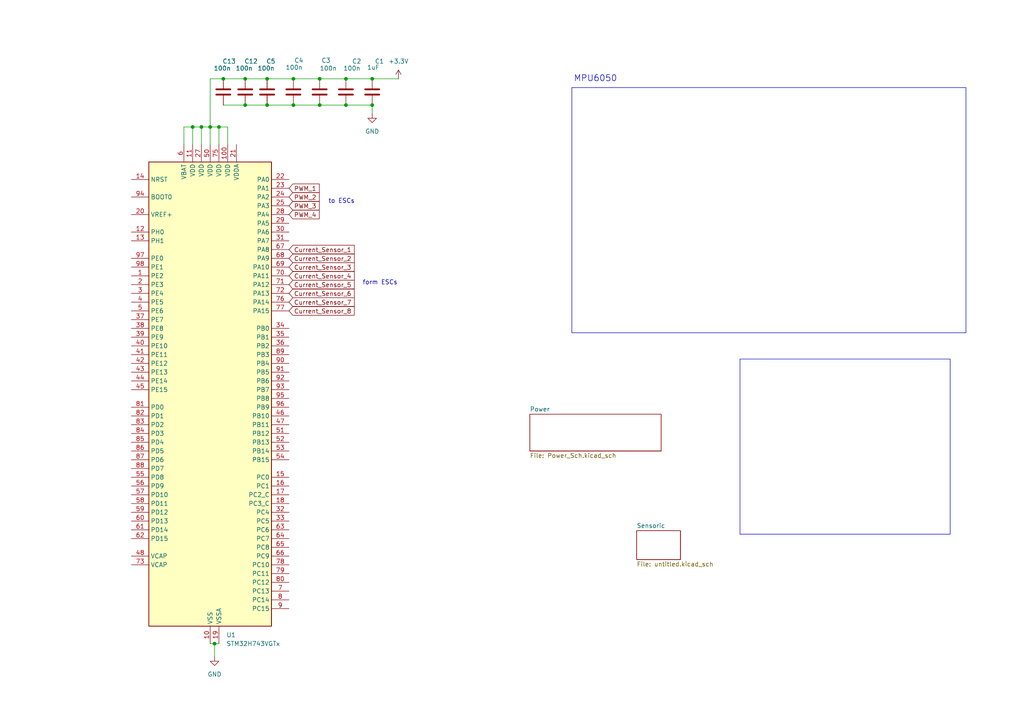
<source format=kicad_sch>
(kicad_sch (version 20250114) (generator "eeschema") (generator_version "9.0")
  (paper "A4")
  (lib_symbols
    (symbol "Device:C" (pin_numbers (hide yes)) (pin_names (offset 0.254))
      (property "Reference" "C" (at 0.635 2.54 0))
      (property "Value" "C" (at 0.635 -2.54 0))
      (symbol "C_0_1"
        (polyline (pts (xy -2.032 0.762) (xy 2.032 0.762)) (stroke (width 0.508)))
        (polyline (pts (xy -2.032 -0.762) (xy 2.032 -0.762)) (stroke (width 0.508)))
      )
      (symbol "C_1_1"
        (pin passive line (at 0 3.81 270) (length 2.794) (name "~") (number "1"))
        (pin passive line (at 0 -3.81 90) (length 2.794) (name "~") (number "2"))
      )
    )
    (symbol "MCU_ST_STM32H7:STM32H743VGTx"
      (property "Reference" "U" (at -17.78 69.85 0))
      (property "Value" "STM32H743VGTx" (at 10.16 69.85 0))
      (symbol "STM32H743VGTx_0_1"
        (rectangle (start -17.78 -66.04) (end 17.78 68.58) (stroke (width 0.254)) (fill (type background)))
      )
      (symbol "STM32H743VGTx_1_1"
        (pin input line (at -22.86 63.5 0) (length 5.08) (name "NRST") (number "14"))
        (pin input line (at -22.86 58.42 0) (length 5.08) (name "BOOT0") (number "94"))
        (pin input line (at -22.86 53.34 0) (length 5.08) (name "VREF+") (number "20"))
        (pin bidirectional line (at -22.86 48.26 0) (length 5.08) (name "PH0") (number "12"))
        (pin bidirectional line (at -22.86 45.72 0) (length 5.08) (name "PH1") (number "13"))
        (pin bidirectional line (at -22.86 40.64 0) (length 5.08) (name "PE0") (number "97"))
        (pin bidirectional line (at -22.86 38.1 0) (length 5.08) (name "PE1") (number "98"))
        (pin bidirectional line (at -22.86 35.56 0) (length 5.08) (name "PE2") (number "1"))
        (pin bidirectional line (at -22.86 33.02 0) (length 5.08) (name "PE3") (number "2"))
        (pin bidirectional line (at -22.86 30.48 0) (length 5.08) (name "PE4") (number "3"))
        (pin bidirectional line (at -22.86 27.94 0) (length 5.08) (name "PE5") (number "4"))
        (pin bidirectional line (at -22.86 25.4 0) (length 5.08) (name "PE6") (number "5"))
        (pin bidirectional line (at -22.86 22.86 0) (length 5.08) (name "PE7") (number "37"))
        (pin bidirectional line (at -22.86 20.32 0) (length 5.08) (name "PE8") (number "38"))
        (pin bidirectional line (at -22.86 17.78 0) (length 5.08) (name "PE9") (number "39"))
        (pin bidirectional line (at -22.86 15.24 0) (length 5.08) (name "PE10") (number "40"))
        (pin bidirectional line (at -22.86 12.7 0) (length 5.08) (name "PE11") (number "41"))
        (pin bidirectional line (at -22.86 10.16 0) (length 5.08) (name "PE12") (number "42"))
        (pin bidirectional line (at -22.86 7.62 0) (length 5.08) (name "PE13") (number "43"))
        (pin bidirectional line (at -22.86 5.08 0) (length 5.08) (name "PE14") (number "44"))
        (pin bidirectional line (at -22.86 2.54 0) (length 5.08) (name "PE15") (number "45"))
        (pin bidirectional line (at -22.86 -2.54 0) (length 5.08) (name "PD0") (number "81"))
        (pin bidirectional line (at -22.86 -5.08 0) (length 5.08) (name "PD1") (number "82"))
        (pin bidirectional line (at -22.86 -7.62 0) (length 5.08) (name "PD2") (number "83"))
        (pin bidirectional line (at -22.86 -10.16 0) (length 5.08) (name "PD3") (number "84"))
        (pin bidirectional line (at -22.86 -12.7 0) (length 5.08) (name "PD4") (number "85"))
        (pin bidirectional line (at -22.86 -15.24 0) (length 5.08) (name "PD5") (number "86"))
        (pin bidirectional line (at -22.86 -17.78 0) (length 5.08) (name "PD6") (number "87"))
        (pin bidirectional line (at -22.86 -20.32 0) (length 5.08) (name "PD7") (number "88"))
        (pin bidirectional line (at -22.86 -22.86 0) (length 5.08) (name "PD8") (number "55"))
        (pin bidirectional line (at -22.86 -25.4 0) (length 5.08) (name "PD9") (number "56"))
        (pin bidirectional line (at -22.86 -27.94 0) (length 5.08) (name "PD10") (number "57"))
        (pin bidirectional line (at -22.86 -30.48 0) (length 5.08) (name "PD11") (number "58"))
        (pin bidirectional line (at -22.86 -33.02 0) (length 5.08) (name "PD12") (number "59"))
        (pin bidirectional line (at -22.86 -35.56 0) (length 5.08) (name "PD13") (number "60"))
        (pin bidirectional line (at -22.86 -38.1 0) (length 5.08) (name "PD14") (number "61"))
        (pin bidirectional line (at -22.86 -40.64 0) (length 5.08) (name "PD15") (number "62"))
        (pin power_out line (at -22.86 -45.72 0) (length 5.08) (name "VCAP") (number "48"))
        (pin power_out line (at -22.86 -48.26 0) (length 5.08) (name "VCAP") (number "73"))
        (pin power_in line (at -7.62 73.66 270) (length 5.08) (name "VBAT") (number "6"))
        (pin power_in line (at -5.08 73.66 270) (length 5.08) (name "VDD") (number "11"))
        (pin power_in line (at -2.54 73.66 270) (length 5.08) (name "VDD") (number "27"))
        (pin power_in line (at 0 73.66 270) (length 5.08) (name "VDD") (number "50"))
        (pin power_in line (at 0 -71.12 90) (length 5.08) (name "VSS") (number "10"))
        (pin passive line (at 0 -71.12 90) (length 5.08) (hide yes) (name "VSS") (number "26"))
        (pin passive line (at 0 -71.12 90) (length 5.08) (hide yes) (name "VSS") (number "49"))
        (pin passive line (at 0 -71.12 90) (length 5.08) (hide yes) (name "VSS") (number "74"))
        (pin passive line (at 0 -71.12 90) (length 5.08) (hide yes) (name "VSS") (number "99"))
        (pin power_in line (at 2.54 73.66 270) (length 5.08) (name "VDD") (number "75"))
        (pin power_in line (at 2.54 -71.12 90) (length 5.08) (name "VSSA") (number "19"))
        (pin power_in line (at 5.08 73.66 270) (length 5.08) (name "VDD") (number "100"))
        (pin power_in line (at 7.62 73.66 270) (length 5.08) (name "VDDA") (number "21"))
        (pin bidirectional line (at 22.86 63.5 180) (length 5.08) (name "PA0") (number "22"))
        (pin bidirectional line (at 22.86 60.96 180) (length 5.08) (name "PA1") (number "23"))
        (pin bidirectional line (at 22.86 58.42 180) (length 5.08) (name "PA2") (number "24"))
        (pin bidirectional line (at 22.86 55.88 180) (length 5.08) (name "PA3") (number "25"))
        (pin bidirectional line (at 22.86 53.34 180) (length 5.08) (name "PA4") (number "28"))
        (pin bidirectional line (at 22.86 50.8 180) (length 5.08) (name "PA5") (number "29"))
        (pin bidirectional line (at 22.86 48.26 180) (length 5.08) (name "PA6") (number "30"))
        (pin bidirectional line (at 22.86 45.72 180) (length 5.08) (name "PA7") (number "31"))
        (pin bidirectional line (at 22.86 43.18 180) (length 5.08) (name "PA8") (number "67"))
        (pin bidirectional line (at 22.86 40.64 180) (length 5.08) (name "PA9") (number "68"))
        (pin bidirectional line (at 22.86 38.1 180) (length 5.08) (name "PA10") (number "69"))
        (pin bidirectional line (at 22.86 35.56 180) (length 5.08) (name "PA11") (number "70"))
        (pin bidirectional line (at 22.86 33.02 180) (length 5.08) (name "PA12") (number "71"))
        (pin bidirectional line (at 22.86 30.48 180) (length 5.08) (name "PA13") (number "72"))
        (pin bidirectional line (at 22.86 27.94 180) (length 5.08) (name "PA14") (number "76"))
        (pin bidirectional line (at 22.86 25.4 180) (length 5.08) (name "PA15") (number "77"))
        (pin bidirectional line (at 22.86 20.32 180) (length 5.08) (name "PB0") (number "34"))
        (pin bidirectional line (at 22.86 17.78 180) (length 5.08) (name "PB1") (number "35"))
        (pin bidirectional line (at 22.86 15.24 180) (length 5.08) (name "PB2") (number "36"))
        (pin bidirectional line (at 22.86 12.7 180) (length 5.08) (name "PB3") (number "89"))
        (pin bidirectional line (at 22.86 10.16 180) (length 5.08) (name "PB4") (number "90"))
        (pin bidirectional line (at 22.86 7.62 180) (length 5.08) (name "PB5") (number "91"))
        (pin bidirectional line (at 22.86 5.08 180) (length 5.08) (name "PB6") (number "92"))
        (pin bidirectional line (at 22.86 2.54 180) (length 5.08) (name "PB7") (number "93"))
        (pin bidirectional line (at 22.86 0 180) (length 5.08) (name "PB8") (number "95"))
        (pin bidirectional line (at 22.86 -2.54 180) (length 5.08) (name "PB9") (number "96"))
        (pin bidirectional line (at 22.86 -5.08 180) (length 5.08) (name "PB10") (number "46"))
        (pin bidirectional line (at 22.86 -7.62 180) (length 5.08) (name "PB11") (number "47"))
        (pin bidirectional line (at 22.86 -10.16 180) (length 5.08) (name "PB12") (number "51"))
        (pin bidirectional line (at 22.86 -12.7 180) (length 5.08) (name "PB13") (number "52"))
        (pin bidirectional line (at 22.86 -15.24 180) (length 5.08) (name "PB14") (number "53"))
        (pin bidirectional line (at 22.86 -17.78 180) (length 5.08) (name "PB15") (number "54"))
        (pin bidirectional line (at 22.86 -22.86 180) (length 5.08) (name "PC0") (number "15"))
        (pin bidirectional line (at 22.86 -25.4 180) (length 5.08) (name "PC1") (number "16"))
        (pin bidirectional line (at 22.86 -27.94 180) (length 5.08) (name "PC2_C") (number "17"))
        (pin bidirectional line (at 22.86 -30.48 180) (length 5.08) (name "PC3_C") (number "18"))
        (pin bidirectional line (at 22.86 -33.02 180) (length 5.08) (name "PC4") (number "32"))
        (pin bidirectional line (at 22.86 -35.56 180) (length 5.08) (name "PC5") (number "33"))
        (pin bidirectional line (at 22.86 -38.1 180) (length 5.08) (name "PC6") (number "63"))
        (pin bidirectional line (at 22.86 -40.64 180) (length 5.08) (name "PC7") (number "64"))
        (pin bidirectional line (at 22.86 -43.18 180) (length 5.08) (name "PC8") (number "65"))
        (pin bidirectional line (at 22.86 -45.72 180) (length 5.08) (name "PC9") (number "66"))
        (pin bidirectional line (at 22.86 -48.26 180) (length 5.08) (name "PC10") (number "78"))
        (pin bidirectional line (at 22.86 -50.8 180) (length 5.08) (name "PC11") (number "79"))
        (pin bidirectional line (at 22.86 -53.34 180) (length 5.08) (name "PC12") (number "80"))
        (pin bidirectional line (at 22.86 -55.88 180) (length 5.08) (name "PC13") (number "7"))
        (pin bidirectional line (at 22.86 -58.42 180) (length 5.08) (name "PC14") (number "8"))
        (pin bidirectional line (at 22.86 -60.96 180) (length 5.08) (name "PC15") (number "9"))
      )
    )
    (symbol "power:+3.3V" (power) (pin_numbers (hide yes)) (pin_names (offset 0) (hide yes))
      (property "Value" "+3.3V" (at 0 3.556 0))
      (symbol "+3.3V_0_1"
        (polyline (pts (xy -0.762 1.27) (xy 0 2.54)))
        (polyline (pts (xy 0 2.54) (xy 0.762 1.27)))
        (polyline (pts (xy 0 0) (xy 0 2.54)))
      )
      (symbol "+3.3V_1_1"
        (pin power_in line (at 0 0 90) (length 0) (name "~") (number "1"))
      )
    )
    (symbol "power:GND" (power) (pin_numbers (hide yes)) (pin_names (offset 0) (hide yes))
      (property "Value" "GND" (at 0 -3.81 0))
      (symbol "GND_0_1"
        (polyline (pts (xy 0 0) (xy 0 -1.27) (xy 1.27 -1.27) (xy 0 -2.54) (xy -1.27 -1.27) (xy 0 -1.27)))
      )
      (symbol "GND_1_1"
        (pin power_in line (at 0 0 270) (length 0) (name "~") (number "1"))
      )
    )
  )
  (rectangle (start 214.63 104.14) (end 275.59 154.94))
  (rectangle (start 165.862 25.4) (end 280.162 96.52))
  (text "MPU6050\n" (at 172.72 22.86 0) (effects (font (size 1.778 1.778))))
  (text "to ESCs" (at 99.06 58.42 0) (effects (font (size 1.27 1.27))))
  (text "form ESCs" (at 110.236 82.042 0) (effects (font (size 1.27 1.27))))
  (junction (at 58.42 36.83))
  (junction (at 107.95 22.86))
  (junction (at 92.71 22.86))
  (junction (at 62.23 186.69))
  (junction (at 64.77 22.86))
  (junction (at 100.33 30.48))
  (junction (at 107.95 30.48))
  (junction (at 71.12 30.48))
  (junction (at 63.5 36.83))
  (junction (at 55.88 36.83))
  (junction (at 85.09 22.86))
  (junction (at 100.33 22.86))
  (junction (at 60.96 36.83))
  (junction (at 85.09 30.48))
  (junction (at 77.47 22.86))
  (junction (at 77.47 30.48))
  (junction (at 71.12 22.86))
  (junction (at 92.71 30.48))
  (wire (pts (xy 64.77 22.86) (xy 71.12 22.86)))
  (wire (pts (xy 60.96 36.83) (xy 58.42 36.83)))
  (wire (pts (xy 60.96 22.86) (xy 64.77 22.86)))
  (wire (pts (xy 62.23 186.69) (xy 62.23 190.5)))
  (wire (pts (xy 58.42 36.83) (xy 55.88 36.83)))
  (wire (pts (xy 53.34 41.91) (xy 53.34 36.83)))
  (wire (pts (xy 63.5 36.83) (xy 63.5 41.91)))
  (wire (pts (xy 58.42 36.83) (xy 58.42 41.91)))
  (wire (pts (xy 60.96 22.86) (xy 60.96 36.83)))
  (wire (pts (xy 62.23 186.69) (xy 60.96 186.69)))
  (wire (pts (xy 107.95 30.48) (xy 107.95 33.02)))
  (wire (pts (xy 63.5 36.83) (xy 60.96 36.83)))
  (wire (pts (xy 71.12 22.86) (xy 77.47 22.86)))
  (wire (pts (xy 77.47 30.48) (xy 85.09 30.48)))
  (wire (pts (xy 66.04 36.83) (xy 63.5 36.83)))
  (wire (pts (xy 66.04 36.83) (xy 66.04 41.91)))
  (wire (pts (xy 77.47 22.86) (xy 85.09 22.86)))
  (wire (pts (xy 85.09 30.48) (xy 92.71 30.48)))
  (wire (pts (xy 100.33 22.86) (xy 107.95 22.86)))
  (wire (pts (xy 100.33 30.48) (xy 107.95 30.48)))
  (wire (pts (xy 107.95 22.86) (xy 115.57 22.86)))
  (wire (pts (xy 71.12 30.48) (xy 77.47 30.48)))
  (wire (pts (xy 64.77 30.48) (xy 71.12 30.48)))
  (wire (pts (xy 60.96 36.83) (xy 60.96 41.91)))
  (wire (pts (xy 55.88 41.91) (xy 55.88 36.83)))
  (wire (pts (xy 92.71 22.86) (xy 100.33 22.86)))
  (wire (pts (xy 85.09 22.86) (xy 92.71 22.86)))
  (wire (pts (xy 63.5 186.69) (xy 62.23 186.69)))
  (wire (pts (xy 92.71 30.48) (xy 100.33 30.48)))
  (wire (pts (xy 53.34 36.83) (xy 55.88 36.83)))
  (global_label "Current_Sensor_1" (shape input) (at 83.82 72.39 0) (property "Intersheetrefs" "${INTERSHEET_REFS}" (effects (hide yes))))
  (global_label "Current_Sensor_4" (shape input) (at 83.82 80.01 0) (property "Intersheetrefs" "${INTERSHEET_REFS}" (effects (hide yes))))
  (global_label "Current_Sensor_6" (shape input) (at 83.82 85.09 0) (property "Intersheetrefs" "${INTERSHEET_REFS}" (effects (hide yes))))
  (global_label "Current_Sensor_5" (shape input) (at 83.82 82.55 0) (property "Intersheetrefs" "${INTERSHEET_REFS}" (effects (hide yes))))
  (global_label "PWM_3" (shape input) (at 83.82 59.69 0) (property "Intersheetrefs" "${INTERSHEET_REFS}" (effects (hide yes))))
  (global_label "PWM_2" (shape input) (at 83.82 57.15 0) (property "Intersheetrefs" "${INTERSHEET_REFS}" (effects (hide yes))))
  (global_label "Current_Sensor_2" (shape input) (at 83.82 74.93 0) (property "Intersheetrefs" "${INTERSHEET_REFS}" (effects (hide yes))))
  (global_label "Current_Sensor_3" (shape input) (at 83.82 77.47 0) (property "Intersheetrefs" "${INTERSHEET_REFS}" (effects (hide yes))))
  (global_label "Current_Sensor_7" (shape input) (at 83.82 87.63 0) (property "Intersheetrefs" "${INTERSHEET_REFS}" (effects (hide yes))))
  (global_label "Current_Sensor_8" (shape input) (at 83.82 90.17 0) (property "Intersheetrefs" "${INTERSHEET_REFS}" (effects (hide yes))))
  (global_label "PWM_4" (shape input) (at 83.82 62.23 0) (property "Intersheetrefs" "${INTERSHEET_REFS}" (effects (hide yes))))
  (global_label "PWM_1" (shape input) (at 83.82 54.61 0) (property "Intersheetrefs" "${INTERSHEET_REFS}" (effects (hide yes))))
  (symbol (lib_id "power:GND") (at 107.95 33.02 0) (unit 1)
    (property "Reference" "#PWR02" (effects (hide yes)))
    (property "Value" "GND" (at 107.95 38.1 0))
    (property "Description" "Power symbol creates a global label with name \"GND\" , ground" (effects (hide yes)))
  )
  (symbol (lib_id "MCU_ST_STM32H7:STM32H743VGTx") (at 60.96 115.57 0) (unit 1)
    (property "Reference" "U1" (at 65.6433 184.15 0) (effects (justify left)))
    (property "Value" "STM32H743VGTx" (at 65.6433 186.69 0) (effects (justify left)))
    (property "Footprint" "Package_QFP:LQFP-100_14x14mm_P0.5mm" (effects (hide yes)))
    (property "Datasheet" "https://www.st.com/resource/en/datasheet/stm32h743vg.pdf" (effects (hide yes)))
    (property "Description" "STMicroelectronics Arm Cortex-M7 MCU, 1024KB flash, 1024KB RAM, 480 MHz, 1.71-3.6V, 82 GPIO, LQFP100" (effects (hide yes)))
  )
  (symbol (lib_id "power:+3.3V") (at 115.57 22.86 0) (unit 1)
    (property "Reference" "#PWR01" (effects (hide yes)))
    (property "Value" "+3.3V" (at 115.57 17.78 0))
    (property "Description" "Power symbol creates a global label with name \"+3.3V\"" (effects (hide yes)))
  )
  (symbol (lib_id "Device:C") (at 100.33 26.67 0) (unit 1)
    (property "Reference" "C2" (at 102.108 17.78 0) (effects (justify left)))
    (property "Value" "100n" (at 99.568 19.812 0) (effects (justify left)))
    (property "Description" "Unpolarized capacitor" (effects (hide yes)))
  )
  (symbol (lib_id "Device:C") (at 77.47 26.67 0) (unit 1)
    (property "Reference" "C5" (at 77.216 17.78 0) (effects (justify left)))
    (property "Value" "100n" (at 74.676 19.812 0) (effects (justify left)))
    (property "Description" "Unpolarized capacitor" (effects (hide yes)))
  )
  (symbol (lib_id "power:GND") (at 62.23 190.5 0) (unit 1)
    (property "Reference" "#PWR013" (effects (hide yes)))
    (property "Value" "GND" (at 62.23 195.58 0))
    (property "Description" "Power symbol creates a global label with name \"GND\" , ground" (effects (hide yes)))
  )
  (symbol (lib_id "Device:C") (at 92.71 26.67 0) (unit 1)
    (property "Reference" "C3" (at 93.218 17.526 0) (effects (justify left)))
    (property "Value" "100n" (at 92.71 19.812 0) (effects (justify left)))
    (property "Description" "Unpolarized capacitor" (effects (hide yes)))
  )
  (symbol (lib_id "Device:C") (at 71.12 26.67 0) (unit 1)
    (property "Reference" "C12" (at 70.866 17.78 0) (effects (justify left)))
    (property "Value" "100n" (at 68.326 19.812 0) (effects (justify left)))
    (property "Description" "Unpolarized capacitor" (effects (hide yes)))
  )
  (symbol (lib_id "Device:C") (at 85.09 26.67 0) (unit 1)
    (property "Reference" "C4" (at 85.344 17.526 0) (effects (justify left)))
    (property "Value" "100n" (at 82.804 19.558 0) (effects (justify left)))
    (property "Description" "Unpolarized capacitor" (effects (hide yes)))
  )
  (symbol (lib_id "Device:C") (at 107.95 26.67 0) (unit 1)
    (property "Reference" "C1" (at 108.712 17.78 0) (effects (justify left)))
    (property "Value" "1uF" (at 106.426 19.558 0) (effects (justify left)))
    (property "Description" "Unpolarized capacitor" (effects (hide yes)))
  )
  (symbol (lib_id "Device:C") (at 64.77 26.67 0) (unit 1)
    (property "Reference" "C13" (at 64.516 17.78 0) (effects (justify left)))
    (property "Value" "100n" (at 61.976 19.812 0) (effects (justify left)))
    (property "Description" "Unpolarized capacitor" (effects (hide yes)))
  )
  (sheet (at 153.67 120.142) (size 38.1 10.668) (stroke (width 0.1524))
    (property "Sheetname" "Power" (at 153.67 119.4304 0) (effects (justify left bottom)))
    (property "Sheetfile" "Power_Sch.kicad_sch" (at 153.67 131.3946 0) (effects (justify left top)))
  )
  (sheet (at 184.658 153.924) (size 12.7 8.382) (stroke (width 0.1524))
    (property "Sheetname" "Sensoric" (at 184.658 153.2124 0) (effects (justify left bottom)))
    (property "Sheetfile" "untitled.kicad_sch" (at 184.658 162.8906 0) (effects (justify left top)))
  )
)
</source>
